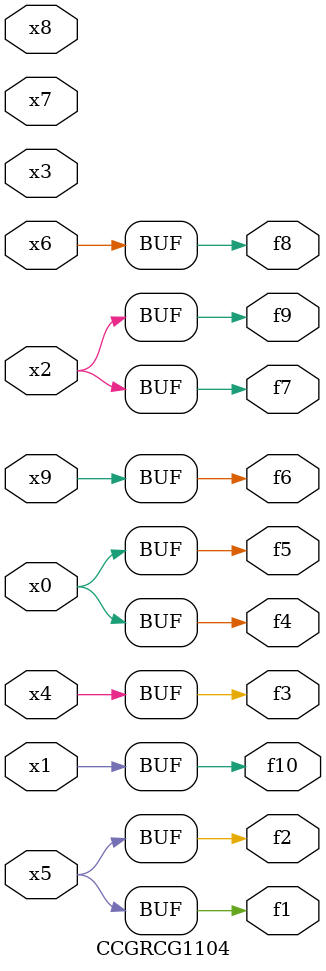
<source format=v>
module CCGRCG1104(
	input x0, x1, x2, x3, x4, x5, x6, x7, x8, x9,
	output f1, f2, f3, f4, f5, f6, f7, f8, f9, f10
);
	assign f1 = x5;
	assign f2 = x5;
	assign f3 = x4;
	assign f4 = x0;
	assign f5 = x0;
	assign f6 = x9;
	assign f7 = x2;
	assign f8 = x6;
	assign f9 = x2;
	assign f10 = x1;
endmodule

</source>
